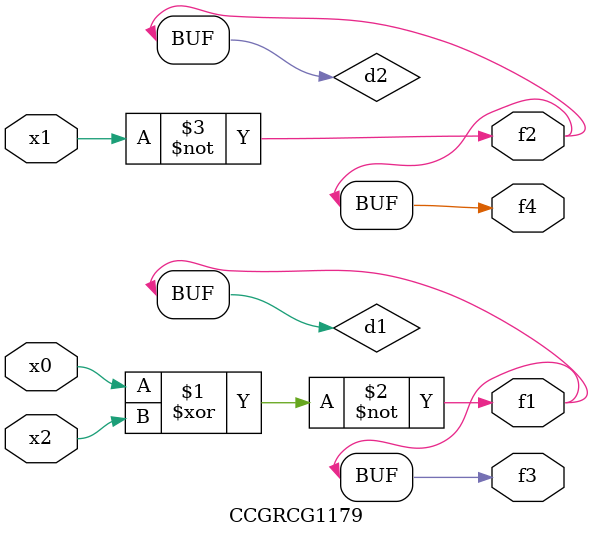
<source format=v>
module CCGRCG1179(
	input x0, x1, x2,
	output f1, f2, f3, f4
);

	wire d1, d2, d3;

	xnor (d1, x0, x2);
	nand (d2, x1);
	nor (d3, x1, x2);
	assign f1 = d1;
	assign f2 = d2;
	assign f3 = d1;
	assign f4 = d2;
endmodule

</source>
